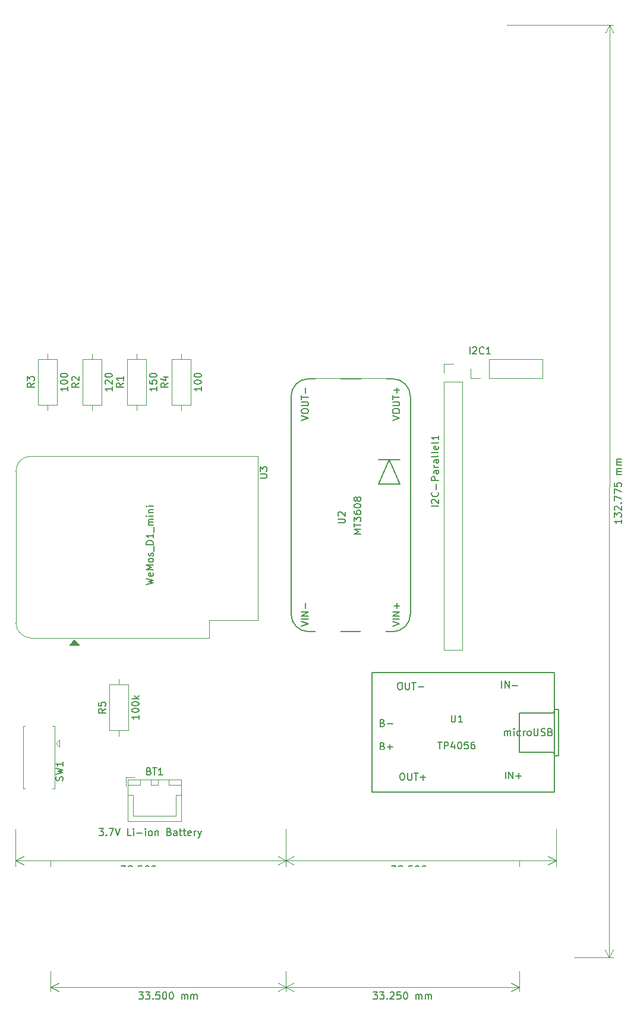
<source format=gbr>
G04 #@! TF.GenerationSoftware,KiCad,Pcbnew,(5.1.2)-1*
G04 #@! TF.CreationDate,2019-11-10T15:37:20+00:00*
G04 #@! TF.ProjectId,Keypad,4b657970-6164-42e6-9b69-6361645f7063,1*
G04 #@! TF.SameCoordinates,Original*
G04 #@! TF.FileFunction,Legend,Top*
G04 #@! TF.FilePolarity,Positive*
%FSLAX46Y46*%
G04 Gerber Fmt 4.6, Leading zero omitted, Abs format (unit mm)*
G04 Created by KiCad (PCBNEW (5.1.2)-1) date 2019-11-10 15:37:20*
%MOMM*%
%LPD*%
G04 APERTURE LIST*
%ADD10C,0.150000*%
%ADD11C,0.120000*%
%ADD12C,0.100000*%
%ADD13C,3.102000*%
%ADD14O,1.902000X2.702000*%
%ADD15R,1.902000X2.702000*%
%ADD16O,1.702000X2.102000*%
%ADD17R,2.102000X2.102000*%
%ADD18C,2.202000*%
%ADD19R,3.602000X5.102000*%
%ADD20R,3.102000X3.102000*%
%ADD21R,3.102000X2.602000*%
%ADD22O,1.802000X2.102000*%
%ADD23C,1.802000*%
%ADD24C,1.902000*%
%ADD25R,1.902000X1.902000*%
%ADD26O,1.802000X1.802000*%
%ADD27R,1.802000X1.802000*%
%ADD28O,1.702000X1.702000*%
%ADD29C,1.702000*%
%ADD30O,3.602000X2.302000*%
%ADD31O,2.602000X1.602000*%
%ADD32R,2.602000X1.602000*%
G04 APERTURE END LIST*
D10*
X161934523Y-173222380D02*
X162553571Y-173222380D01*
X162220238Y-173603333D01*
X162363095Y-173603333D01*
X162458333Y-173650952D01*
X162505952Y-173698571D01*
X162553571Y-173793809D01*
X162553571Y-174031904D01*
X162505952Y-174127142D01*
X162458333Y-174174761D01*
X162363095Y-174222380D01*
X162077380Y-174222380D01*
X161982142Y-174174761D01*
X161934523Y-174127142D01*
X162886904Y-173222380D02*
X163505952Y-173222380D01*
X163172619Y-173603333D01*
X163315476Y-173603333D01*
X163410714Y-173650952D01*
X163458333Y-173698571D01*
X163505952Y-173793809D01*
X163505952Y-174031904D01*
X163458333Y-174127142D01*
X163410714Y-174174761D01*
X163315476Y-174222380D01*
X163029761Y-174222380D01*
X162934523Y-174174761D01*
X162886904Y-174127142D01*
X163934523Y-174127142D02*
X163982142Y-174174761D01*
X163934523Y-174222380D01*
X163886904Y-174174761D01*
X163934523Y-174127142D01*
X163934523Y-174222380D01*
X164363095Y-173317619D02*
X164410714Y-173270000D01*
X164505952Y-173222380D01*
X164744047Y-173222380D01*
X164839285Y-173270000D01*
X164886904Y-173317619D01*
X164934523Y-173412857D01*
X164934523Y-173508095D01*
X164886904Y-173650952D01*
X164315476Y-174222380D01*
X164934523Y-174222380D01*
X165839285Y-173222380D02*
X165363095Y-173222380D01*
X165315476Y-173698571D01*
X165363095Y-173650952D01*
X165458333Y-173603333D01*
X165696428Y-173603333D01*
X165791666Y-173650952D01*
X165839285Y-173698571D01*
X165886904Y-173793809D01*
X165886904Y-174031904D01*
X165839285Y-174127142D01*
X165791666Y-174174761D01*
X165696428Y-174222380D01*
X165458333Y-174222380D01*
X165363095Y-174174761D01*
X165315476Y-174127142D01*
X166505952Y-173222380D02*
X166601190Y-173222380D01*
X166696428Y-173270000D01*
X166744047Y-173317619D01*
X166791666Y-173412857D01*
X166839285Y-173603333D01*
X166839285Y-173841428D01*
X166791666Y-174031904D01*
X166744047Y-174127142D01*
X166696428Y-174174761D01*
X166601190Y-174222380D01*
X166505952Y-174222380D01*
X166410714Y-174174761D01*
X166363095Y-174127142D01*
X166315476Y-174031904D01*
X166267857Y-173841428D01*
X166267857Y-173603333D01*
X166315476Y-173412857D01*
X166363095Y-173317619D01*
X166410714Y-173270000D01*
X166505952Y-173222380D01*
X168029761Y-174222380D02*
X168029761Y-173555714D01*
X168029761Y-173650952D02*
X168077380Y-173603333D01*
X168172619Y-173555714D01*
X168315476Y-173555714D01*
X168410714Y-173603333D01*
X168458333Y-173698571D01*
X168458333Y-174222380D01*
X168458333Y-173698571D02*
X168505952Y-173603333D01*
X168601190Y-173555714D01*
X168744047Y-173555714D01*
X168839285Y-173603333D01*
X168886904Y-173698571D01*
X168886904Y-174222380D01*
X169363095Y-174222380D02*
X169363095Y-173555714D01*
X169363095Y-173650952D02*
X169410714Y-173603333D01*
X169505952Y-173555714D01*
X169648809Y-173555714D01*
X169744047Y-173603333D01*
X169791666Y-173698571D01*
X169791666Y-174222380D01*
X169791666Y-173698571D02*
X169839285Y-173603333D01*
X169934523Y-173555714D01*
X170077380Y-173555714D01*
X170172619Y-173603333D01*
X170220238Y-173698571D01*
X170220238Y-174222380D01*
D11*
X149500000Y-172500000D02*
X182750000Y-172500000D01*
X149500000Y-154500000D02*
X149500000Y-173086421D01*
X182750000Y-154500000D02*
X182750000Y-173086421D01*
X182750000Y-172500000D02*
X181623496Y-173086421D01*
X182750000Y-172500000D02*
X181623496Y-171913579D01*
X149500000Y-172500000D02*
X150626504Y-173086421D01*
X149500000Y-172500000D02*
X150626504Y-171913579D01*
D10*
X128559523Y-173222380D02*
X129178571Y-173222380D01*
X128845238Y-173603333D01*
X128988095Y-173603333D01*
X129083333Y-173650952D01*
X129130952Y-173698571D01*
X129178571Y-173793809D01*
X129178571Y-174031904D01*
X129130952Y-174127142D01*
X129083333Y-174174761D01*
X128988095Y-174222380D01*
X128702380Y-174222380D01*
X128607142Y-174174761D01*
X128559523Y-174127142D01*
X129511904Y-173222380D02*
X130130952Y-173222380D01*
X129797619Y-173603333D01*
X129940476Y-173603333D01*
X130035714Y-173650952D01*
X130083333Y-173698571D01*
X130130952Y-173793809D01*
X130130952Y-174031904D01*
X130083333Y-174127142D01*
X130035714Y-174174761D01*
X129940476Y-174222380D01*
X129654761Y-174222380D01*
X129559523Y-174174761D01*
X129511904Y-174127142D01*
X130559523Y-174127142D02*
X130607142Y-174174761D01*
X130559523Y-174222380D01*
X130511904Y-174174761D01*
X130559523Y-174127142D01*
X130559523Y-174222380D01*
X131511904Y-173222380D02*
X131035714Y-173222380D01*
X130988095Y-173698571D01*
X131035714Y-173650952D01*
X131130952Y-173603333D01*
X131369047Y-173603333D01*
X131464285Y-173650952D01*
X131511904Y-173698571D01*
X131559523Y-173793809D01*
X131559523Y-174031904D01*
X131511904Y-174127142D01*
X131464285Y-174174761D01*
X131369047Y-174222380D01*
X131130952Y-174222380D01*
X131035714Y-174174761D01*
X130988095Y-174127142D01*
X132178571Y-173222380D02*
X132273809Y-173222380D01*
X132369047Y-173270000D01*
X132416666Y-173317619D01*
X132464285Y-173412857D01*
X132511904Y-173603333D01*
X132511904Y-173841428D01*
X132464285Y-174031904D01*
X132416666Y-174127142D01*
X132369047Y-174174761D01*
X132273809Y-174222380D01*
X132178571Y-174222380D01*
X132083333Y-174174761D01*
X132035714Y-174127142D01*
X131988095Y-174031904D01*
X131940476Y-173841428D01*
X131940476Y-173603333D01*
X131988095Y-173412857D01*
X132035714Y-173317619D01*
X132083333Y-173270000D01*
X132178571Y-173222380D01*
X133130952Y-173222380D02*
X133226190Y-173222380D01*
X133321428Y-173270000D01*
X133369047Y-173317619D01*
X133416666Y-173412857D01*
X133464285Y-173603333D01*
X133464285Y-173841428D01*
X133416666Y-174031904D01*
X133369047Y-174127142D01*
X133321428Y-174174761D01*
X133226190Y-174222380D01*
X133130952Y-174222380D01*
X133035714Y-174174761D01*
X132988095Y-174127142D01*
X132940476Y-174031904D01*
X132892857Y-173841428D01*
X132892857Y-173603333D01*
X132940476Y-173412857D01*
X132988095Y-173317619D01*
X133035714Y-173270000D01*
X133130952Y-173222380D01*
X134654761Y-174222380D02*
X134654761Y-173555714D01*
X134654761Y-173650952D02*
X134702380Y-173603333D01*
X134797619Y-173555714D01*
X134940476Y-173555714D01*
X135035714Y-173603333D01*
X135083333Y-173698571D01*
X135083333Y-174222380D01*
X135083333Y-173698571D02*
X135130952Y-173603333D01*
X135226190Y-173555714D01*
X135369047Y-173555714D01*
X135464285Y-173603333D01*
X135511904Y-173698571D01*
X135511904Y-174222380D01*
X135988095Y-174222380D02*
X135988095Y-173555714D01*
X135988095Y-173650952D02*
X136035714Y-173603333D01*
X136130952Y-173555714D01*
X136273809Y-173555714D01*
X136369047Y-173603333D01*
X136416666Y-173698571D01*
X136416666Y-174222380D01*
X136416666Y-173698571D02*
X136464285Y-173603333D01*
X136559523Y-173555714D01*
X136702380Y-173555714D01*
X136797619Y-173603333D01*
X136845238Y-173698571D01*
X136845238Y-174222380D01*
D11*
X149500000Y-172500000D02*
X116000000Y-172500000D01*
X149500000Y-154500000D02*
X149500000Y-173086421D01*
X116000000Y-154500000D02*
X116000000Y-173086421D01*
X116000000Y-172500000D02*
X117126504Y-171913579D01*
X116000000Y-172500000D02*
X117126504Y-173086421D01*
X149500000Y-172500000D02*
X148373496Y-171913579D01*
X149500000Y-172500000D02*
X148373496Y-173086421D01*
D10*
X197314521Y-105938108D02*
X197314521Y-106509536D01*
X197314521Y-106223822D02*
X196314521Y-106223822D01*
X196457379Y-106319060D01*
X196552617Y-106414298D01*
X196600236Y-106509536D01*
X196314521Y-105604774D02*
X196314521Y-104985727D01*
X196695474Y-105319060D01*
X196695474Y-105176203D01*
X196743093Y-105080965D01*
X196790712Y-105033346D01*
X196885950Y-104985727D01*
X197124045Y-104985727D01*
X197219283Y-105033346D01*
X197266902Y-105080965D01*
X197314521Y-105176203D01*
X197314521Y-105461917D01*
X197266902Y-105557155D01*
X197219283Y-105604774D01*
X196409760Y-104604774D02*
X196362141Y-104557155D01*
X196314521Y-104461917D01*
X196314521Y-104223822D01*
X196362141Y-104128584D01*
X196409760Y-104080965D01*
X196504998Y-104033346D01*
X196600236Y-104033346D01*
X196743093Y-104080965D01*
X197314521Y-104652393D01*
X197314521Y-104033346D01*
X197219283Y-103604774D02*
X197266902Y-103557155D01*
X197314521Y-103604774D01*
X197266902Y-103652393D01*
X197219283Y-103604774D01*
X197314521Y-103604774D01*
X196314521Y-103223822D02*
X196314521Y-102557155D01*
X197314521Y-102985727D01*
X196314521Y-102271441D02*
X196314521Y-101604774D01*
X197314521Y-102033346D01*
X196314521Y-100747631D02*
X196314521Y-101223822D01*
X196790712Y-101271441D01*
X196743093Y-101223822D01*
X196695474Y-101128584D01*
X196695474Y-100890489D01*
X196743093Y-100795250D01*
X196790712Y-100747631D01*
X196885950Y-100700012D01*
X197124045Y-100700012D01*
X197219283Y-100747631D01*
X197266902Y-100795250D01*
X197314521Y-100890489D01*
X197314521Y-101128584D01*
X197266902Y-101223822D01*
X197219283Y-101271441D01*
X197314521Y-99509536D02*
X196647855Y-99509536D01*
X196743093Y-99509536D02*
X196695474Y-99461917D01*
X196647855Y-99366679D01*
X196647855Y-99223822D01*
X196695474Y-99128584D01*
X196790712Y-99080965D01*
X197314521Y-99080965D01*
X196790712Y-99080965D02*
X196695474Y-99033346D01*
X196647855Y-98938108D01*
X196647855Y-98795250D01*
X196695474Y-98700012D01*
X196790712Y-98652393D01*
X197314521Y-98652393D01*
X197314521Y-98176203D02*
X196647855Y-98176203D01*
X196743093Y-98176203D02*
X196695474Y-98128584D01*
X196647855Y-98033346D01*
X196647855Y-97890489D01*
X196695474Y-97795250D01*
X196790712Y-97747631D01*
X197314521Y-97747631D01*
X196790712Y-97747631D02*
X196695474Y-97700012D01*
X196647855Y-97604774D01*
X196647855Y-97461917D01*
X196695474Y-97366679D01*
X196790712Y-97319060D01*
X197314521Y-97319060D01*
D11*
X195604641Y-35502750D02*
X195579641Y-168277750D01*
X181000000Y-35500000D02*
X196191061Y-35502860D01*
X180975000Y-168275000D02*
X196166061Y-168277860D01*
X195579641Y-168277750D02*
X194993432Y-167151136D01*
X195579641Y-168277750D02*
X196166274Y-167151357D01*
X195604641Y-35502750D02*
X195018008Y-36629143D01*
X195604641Y-35502750D02*
X196190850Y-36629364D01*
D10*
X164559523Y-155222380D02*
X165178571Y-155222380D01*
X164845238Y-155603333D01*
X164988095Y-155603333D01*
X165083333Y-155650952D01*
X165130952Y-155698571D01*
X165178571Y-155793809D01*
X165178571Y-156031904D01*
X165130952Y-156127142D01*
X165083333Y-156174761D01*
X164988095Y-156222380D01*
X164702380Y-156222380D01*
X164607142Y-156174761D01*
X164559523Y-156127142D01*
X165750000Y-155650952D02*
X165654761Y-155603333D01*
X165607142Y-155555714D01*
X165559523Y-155460476D01*
X165559523Y-155412857D01*
X165607142Y-155317619D01*
X165654761Y-155270000D01*
X165750000Y-155222380D01*
X165940476Y-155222380D01*
X166035714Y-155270000D01*
X166083333Y-155317619D01*
X166130952Y-155412857D01*
X166130952Y-155460476D01*
X166083333Y-155555714D01*
X166035714Y-155603333D01*
X165940476Y-155650952D01*
X165750000Y-155650952D01*
X165654761Y-155698571D01*
X165607142Y-155746190D01*
X165559523Y-155841428D01*
X165559523Y-156031904D01*
X165607142Y-156127142D01*
X165654761Y-156174761D01*
X165750000Y-156222380D01*
X165940476Y-156222380D01*
X166035714Y-156174761D01*
X166083333Y-156127142D01*
X166130952Y-156031904D01*
X166130952Y-155841428D01*
X166083333Y-155746190D01*
X166035714Y-155698571D01*
X165940476Y-155650952D01*
X166559523Y-156127142D02*
X166607142Y-156174761D01*
X166559523Y-156222380D01*
X166511904Y-156174761D01*
X166559523Y-156127142D01*
X166559523Y-156222380D01*
X167511904Y-155222380D02*
X167035714Y-155222380D01*
X166988095Y-155698571D01*
X167035714Y-155650952D01*
X167130952Y-155603333D01*
X167369047Y-155603333D01*
X167464285Y-155650952D01*
X167511904Y-155698571D01*
X167559523Y-155793809D01*
X167559523Y-156031904D01*
X167511904Y-156127142D01*
X167464285Y-156174761D01*
X167369047Y-156222380D01*
X167130952Y-156222380D01*
X167035714Y-156174761D01*
X166988095Y-156127142D01*
X168178571Y-155222380D02*
X168273809Y-155222380D01*
X168369047Y-155270000D01*
X168416666Y-155317619D01*
X168464285Y-155412857D01*
X168511904Y-155603333D01*
X168511904Y-155841428D01*
X168464285Y-156031904D01*
X168416666Y-156127142D01*
X168369047Y-156174761D01*
X168273809Y-156222380D01*
X168178571Y-156222380D01*
X168083333Y-156174761D01*
X168035714Y-156127142D01*
X167988095Y-156031904D01*
X167940476Y-155841428D01*
X167940476Y-155603333D01*
X167988095Y-155412857D01*
X168035714Y-155317619D01*
X168083333Y-155270000D01*
X168178571Y-155222380D01*
X169130952Y-155222380D02*
X169226190Y-155222380D01*
X169321428Y-155270000D01*
X169369047Y-155317619D01*
X169416666Y-155412857D01*
X169464285Y-155603333D01*
X169464285Y-155841428D01*
X169416666Y-156031904D01*
X169369047Y-156127142D01*
X169321428Y-156174761D01*
X169226190Y-156222380D01*
X169130952Y-156222380D01*
X169035714Y-156174761D01*
X168988095Y-156127142D01*
X168940476Y-156031904D01*
X168892857Y-155841428D01*
X168892857Y-155603333D01*
X168940476Y-155412857D01*
X168988095Y-155317619D01*
X169035714Y-155270000D01*
X169130952Y-155222380D01*
X170654761Y-156222380D02*
X170654761Y-155555714D01*
X170654761Y-155650952D02*
X170702380Y-155603333D01*
X170797619Y-155555714D01*
X170940476Y-155555714D01*
X171035714Y-155603333D01*
X171083333Y-155698571D01*
X171083333Y-156222380D01*
X171083333Y-155698571D02*
X171130952Y-155603333D01*
X171226190Y-155555714D01*
X171369047Y-155555714D01*
X171464285Y-155603333D01*
X171511904Y-155698571D01*
X171511904Y-156222380D01*
X171988095Y-156222380D02*
X171988095Y-155555714D01*
X171988095Y-155650952D02*
X172035714Y-155603333D01*
X172130952Y-155555714D01*
X172273809Y-155555714D01*
X172369047Y-155603333D01*
X172416666Y-155698571D01*
X172416666Y-156222380D01*
X172416666Y-155698571D02*
X172464285Y-155603333D01*
X172559523Y-155555714D01*
X172702380Y-155555714D01*
X172797619Y-155603333D01*
X172845238Y-155698571D01*
X172845238Y-156222380D01*
D11*
X188000000Y-154500000D02*
X149500000Y-154500000D01*
X188000000Y-150000000D02*
X188000000Y-155086421D01*
X149500000Y-150000000D02*
X149500000Y-155086421D01*
X149500000Y-154500000D02*
X150626504Y-153913579D01*
X149500000Y-154500000D02*
X150626504Y-155086421D01*
X188000000Y-154500000D02*
X186873496Y-153913579D01*
X188000000Y-154500000D02*
X186873496Y-155086421D01*
D10*
X126059523Y-155222380D02*
X126678571Y-155222380D01*
X126345238Y-155603333D01*
X126488095Y-155603333D01*
X126583333Y-155650952D01*
X126630952Y-155698571D01*
X126678571Y-155793809D01*
X126678571Y-156031904D01*
X126630952Y-156127142D01*
X126583333Y-156174761D01*
X126488095Y-156222380D01*
X126202380Y-156222380D01*
X126107142Y-156174761D01*
X126059523Y-156127142D01*
X127250000Y-155650952D02*
X127154761Y-155603333D01*
X127107142Y-155555714D01*
X127059523Y-155460476D01*
X127059523Y-155412857D01*
X127107142Y-155317619D01*
X127154761Y-155270000D01*
X127250000Y-155222380D01*
X127440476Y-155222380D01*
X127535714Y-155270000D01*
X127583333Y-155317619D01*
X127630952Y-155412857D01*
X127630952Y-155460476D01*
X127583333Y-155555714D01*
X127535714Y-155603333D01*
X127440476Y-155650952D01*
X127250000Y-155650952D01*
X127154761Y-155698571D01*
X127107142Y-155746190D01*
X127059523Y-155841428D01*
X127059523Y-156031904D01*
X127107142Y-156127142D01*
X127154761Y-156174761D01*
X127250000Y-156222380D01*
X127440476Y-156222380D01*
X127535714Y-156174761D01*
X127583333Y-156127142D01*
X127630952Y-156031904D01*
X127630952Y-155841428D01*
X127583333Y-155746190D01*
X127535714Y-155698571D01*
X127440476Y-155650952D01*
X128059523Y-156127142D02*
X128107142Y-156174761D01*
X128059523Y-156222380D01*
X128011904Y-156174761D01*
X128059523Y-156127142D01*
X128059523Y-156222380D01*
X129011904Y-155222380D02*
X128535714Y-155222380D01*
X128488095Y-155698571D01*
X128535714Y-155650952D01*
X128630952Y-155603333D01*
X128869047Y-155603333D01*
X128964285Y-155650952D01*
X129011904Y-155698571D01*
X129059523Y-155793809D01*
X129059523Y-156031904D01*
X129011904Y-156127142D01*
X128964285Y-156174761D01*
X128869047Y-156222380D01*
X128630952Y-156222380D01*
X128535714Y-156174761D01*
X128488095Y-156127142D01*
X129678571Y-155222380D02*
X129773809Y-155222380D01*
X129869047Y-155270000D01*
X129916666Y-155317619D01*
X129964285Y-155412857D01*
X130011904Y-155603333D01*
X130011904Y-155841428D01*
X129964285Y-156031904D01*
X129916666Y-156127142D01*
X129869047Y-156174761D01*
X129773809Y-156222380D01*
X129678571Y-156222380D01*
X129583333Y-156174761D01*
X129535714Y-156127142D01*
X129488095Y-156031904D01*
X129440476Y-155841428D01*
X129440476Y-155603333D01*
X129488095Y-155412857D01*
X129535714Y-155317619D01*
X129583333Y-155270000D01*
X129678571Y-155222380D01*
X130630952Y-155222380D02*
X130726190Y-155222380D01*
X130821428Y-155270000D01*
X130869047Y-155317619D01*
X130916666Y-155412857D01*
X130964285Y-155603333D01*
X130964285Y-155841428D01*
X130916666Y-156031904D01*
X130869047Y-156127142D01*
X130821428Y-156174761D01*
X130726190Y-156222380D01*
X130630952Y-156222380D01*
X130535714Y-156174761D01*
X130488095Y-156127142D01*
X130440476Y-156031904D01*
X130392857Y-155841428D01*
X130392857Y-155603333D01*
X130440476Y-155412857D01*
X130488095Y-155317619D01*
X130535714Y-155270000D01*
X130630952Y-155222380D01*
X132154761Y-156222380D02*
X132154761Y-155555714D01*
X132154761Y-155650952D02*
X132202380Y-155603333D01*
X132297619Y-155555714D01*
X132440476Y-155555714D01*
X132535714Y-155603333D01*
X132583333Y-155698571D01*
X132583333Y-156222380D01*
X132583333Y-155698571D02*
X132630952Y-155603333D01*
X132726190Y-155555714D01*
X132869047Y-155555714D01*
X132964285Y-155603333D01*
X133011904Y-155698571D01*
X133011904Y-156222380D01*
X133488095Y-156222380D02*
X133488095Y-155555714D01*
X133488095Y-155650952D02*
X133535714Y-155603333D01*
X133630952Y-155555714D01*
X133773809Y-155555714D01*
X133869047Y-155603333D01*
X133916666Y-155698571D01*
X133916666Y-156222380D01*
X133916666Y-155698571D02*
X133964285Y-155603333D01*
X134059523Y-155555714D01*
X134202380Y-155555714D01*
X134297619Y-155603333D01*
X134345238Y-155698571D01*
X134345238Y-156222380D01*
D11*
X111000000Y-154500000D02*
X149500000Y-154500000D01*
X111000000Y-150000000D02*
X111000000Y-155086421D01*
X149500000Y-150000000D02*
X149500000Y-155086421D01*
X149500000Y-154500000D02*
X148373496Y-155086421D01*
X149500000Y-154500000D02*
X148373496Y-153913579D01*
X111000000Y-154500000D02*
X112126504Y-155086421D01*
X111000000Y-154500000D02*
X112126504Y-153913579D01*
D10*
X145309523Y-160738619D02*
X145976190Y-160738619D01*
X145547619Y-161738619D01*
X146261904Y-160738619D02*
X146928571Y-160738619D01*
X146500000Y-161738619D01*
X147309523Y-161643381D02*
X147357142Y-161691000D01*
X147309523Y-161738619D01*
X147261904Y-161691000D01*
X147309523Y-161643381D01*
X147309523Y-161738619D01*
X147976190Y-160738619D02*
X148071428Y-160738619D01*
X148166666Y-160786239D01*
X148214285Y-160833858D01*
X148261904Y-160929096D01*
X148309523Y-161119572D01*
X148309523Y-161357667D01*
X148261904Y-161548143D01*
X148214285Y-161643381D01*
X148166666Y-161691000D01*
X148071428Y-161738619D01*
X147976190Y-161738619D01*
X147880952Y-161691000D01*
X147833333Y-161643381D01*
X147785714Y-161548143D01*
X147738095Y-161357667D01*
X147738095Y-161119572D01*
X147785714Y-160929096D01*
X147833333Y-160833858D01*
X147880952Y-160786239D01*
X147976190Y-160738619D01*
X148928571Y-160738619D02*
X149023809Y-160738619D01*
X149119047Y-160786239D01*
X149166666Y-160833858D01*
X149214285Y-160929096D01*
X149261904Y-161119572D01*
X149261904Y-161357667D01*
X149214285Y-161548143D01*
X149166666Y-161643381D01*
X149119047Y-161691000D01*
X149023809Y-161738619D01*
X148928571Y-161738619D01*
X148833333Y-161691000D01*
X148785714Y-161643381D01*
X148738095Y-161548143D01*
X148690476Y-161357667D01*
X148690476Y-161119572D01*
X148738095Y-160929096D01*
X148785714Y-160833858D01*
X148833333Y-160786239D01*
X148928571Y-160738619D01*
X149880952Y-160738619D02*
X149976190Y-160738619D01*
X150071428Y-160786239D01*
X150119047Y-160833858D01*
X150166666Y-160929096D01*
X150214285Y-161119572D01*
X150214285Y-161357667D01*
X150166666Y-161548143D01*
X150119047Y-161643381D01*
X150071428Y-161691000D01*
X149976190Y-161738619D01*
X149880952Y-161738619D01*
X149785714Y-161691000D01*
X149738095Y-161643381D01*
X149690476Y-161548143D01*
X149642857Y-161357667D01*
X149642857Y-161119572D01*
X149690476Y-160929096D01*
X149738095Y-160833858D01*
X149785714Y-160786239D01*
X149880952Y-160738619D01*
X151404761Y-161738619D02*
X151404761Y-161071953D01*
X151404761Y-161167191D02*
X151452380Y-161119572D01*
X151547619Y-161071953D01*
X151690476Y-161071953D01*
X151785714Y-161119572D01*
X151833333Y-161214810D01*
X151833333Y-161738619D01*
X151833333Y-161214810D02*
X151880952Y-161119572D01*
X151976190Y-161071953D01*
X152119047Y-161071953D01*
X152214285Y-161119572D01*
X152261904Y-161214810D01*
X152261904Y-161738619D01*
X152738095Y-161738619D02*
X152738095Y-161071953D01*
X152738095Y-161167191D02*
X152785714Y-161119572D01*
X152880952Y-161071953D01*
X153023809Y-161071953D01*
X153119047Y-161119572D01*
X153166666Y-161214810D01*
X153166666Y-161738619D01*
X153166666Y-161214810D02*
X153214285Y-161119572D01*
X153309523Y-161071953D01*
X153452380Y-161071953D01*
X153547619Y-161119572D01*
X153595238Y-161214810D01*
X153595238Y-161738619D01*
D11*
X111000000Y-160016239D02*
X188000000Y-160016239D01*
X111000000Y-150000000D02*
X111000000Y-160602660D01*
X188000000Y-150000000D02*
X188000000Y-160602660D01*
X188000000Y-160016239D02*
X186873496Y-160602660D01*
X188000000Y-160016239D02*
X186873496Y-159429818D01*
X111000000Y-160016239D02*
X112126504Y-160602660D01*
X111000000Y-160016239D02*
X112126504Y-159429818D01*
X111040000Y-99055000D02*
G75*
G02X113170000Y-96925000I2130000J0D01*
G01*
X113170000Y-122785000D02*
G75*
G02X111040000Y-120655000I0J2130000D01*
G01*
X138600000Y-120245000D02*
X145500000Y-120245000D01*
X138600000Y-122785000D02*
X138600000Y-120245000D01*
D10*
G36*
X118745000Y-123825000D02*
G01*
X120015000Y-123825000D01*
X119380000Y-123190000D01*
X118745000Y-123825000D01*
G37*
X118745000Y-123825000D02*
X120015000Y-123825000D01*
X119380000Y-123190000D01*
X118745000Y-123825000D01*
D11*
X111040000Y-99045000D02*
X111040000Y-120655000D01*
X145500000Y-96925000D02*
X113170000Y-96925000D01*
X138600000Y-122785000D02*
X113170000Y-122785000D01*
X145500000Y-120245000D02*
X145500000Y-96925000D01*
D10*
X165750000Y-97410000D02*
X162750000Y-97410000D01*
X165750000Y-100910000D02*
X162750000Y-100910000D01*
X162750000Y-100910000D02*
X164250000Y-97410000D01*
X164250000Y-97410000D02*
X165750000Y-100910000D01*
X167250000Y-88410000D02*
G75*
G03X164750000Y-85910000I-2500000J0D01*
G01*
X164750000Y-121910000D02*
G75*
G03X167250000Y-119410000I0J2500000D01*
G01*
X150250000Y-119410000D02*
G75*
G03X152750000Y-121910000I2500000J0D01*
G01*
X152750000Y-85910000D02*
G75*
G03X150250000Y-88410000I0J-2500000D01*
G01*
X150250000Y-88410000D02*
X150250000Y-119410000D01*
X167250000Y-119410000D02*
X167250000Y-88410000D01*
X152750000Y-121910000D02*
X164750000Y-121910000D01*
X164750000Y-85910000D02*
X152750000Y-85910000D01*
X187790000Y-127750000D02*
X161800000Y-127750000D01*
X187800000Y-144750000D02*
X161800000Y-144750000D01*
X188370000Y-132990000D02*
X188370000Y-139540000D01*
X188356000Y-132962000D02*
X187848000Y-132962000D01*
X187848000Y-132962000D02*
X187594000Y-133470000D01*
X187594000Y-133470000D02*
X187340000Y-133470000D01*
X188356000Y-139566000D02*
X187848000Y-139566000D01*
X187848000Y-139566000D02*
X187594000Y-139058000D01*
X187594000Y-139058000D02*
X182768000Y-139058000D01*
X182768000Y-139058000D02*
X182768000Y-133470000D01*
X182768000Y-133470000D02*
X187340000Y-133470000D01*
X187796000Y-127750000D02*
X187796000Y-144750000D01*
X161794000Y-144750000D02*
X161794000Y-127750000D01*
D11*
X126690000Y-142665000D02*
X126690000Y-143915000D01*
X127940000Y-142665000D02*
X126690000Y-142665000D01*
X133840000Y-148165000D02*
X130790000Y-148165000D01*
X133840000Y-145215000D02*
X133840000Y-148165000D01*
X134590000Y-145215000D02*
X133840000Y-145215000D01*
X127740000Y-148165000D02*
X130790000Y-148165000D01*
X127740000Y-145215000D02*
X127740000Y-148165000D01*
X126990000Y-145215000D02*
X127740000Y-145215000D01*
X134590000Y-142965000D02*
X132790000Y-142965000D01*
X134590000Y-143715000D02*
X134590000Y-142965000D01*
X132790000Y-143715000D02*
X134590000Y-143715000D01*
X132790000Y-142965000D02*
X132790000Y-143715000D01*
X128790000Y-142965000D02*
X126990000Y-142965000D01*
X128790000Y-143715000D02*
X128790000Y-142965000D01*
X126990000Y-143715000D02*
X128790000Y-143715000D01*
X126990000Y-142965000D02*
X126990000Y-143715000D01*
X131290000Y-142965000D02*
X130290000Y-142965000D01*
X131290000Y-143715000D02*
X131290000Y-142965000D01*
X130290000Y-143715000D02*
X131290000Y-143715000D01*
X130290000Y-142965000D02*
X130290000Y-143715000D01*
X134600000Y-142955000D02*
X126980000Y-142955000D01*
X134600000Y-148925000D02*
X134600000Y-142955000D01*
X126980000Y-148925000D02*
X134600000Y-148925000D01*
X126980000Y-142955000D02*
X126980000Y-148925000D01*
X175835000Y-85785000D02*
X175835000Y-84455000D01*
X177165000Y-85785000D02*
X175835000Y-85785000D01*
X178435000Y-85785000D02*
X178435000Y-83125000D01*
X178435000Y-83125000D02*
X186115000Y-83125000D01*
X178435000Y-85785000D02*
X186115000Y-85785000D01*
X186115000Y-85785000D02*
X186115000Y-83125000D01*
X172025000Y-83760000D02*
X173355000Y-83760000D01*
X172025000Y-85090000D02*
X172025000Y-83760000D01*
X172025000Y-86360000D02*
X174685000Y-86360000D01*
X174685000Y-86360000D02*
X174685000Y-124520000D01*
X172025000Y-86360000D02*
X172025000Y-124520000D01*
X172025000Y-124520000D02*
X174685000Y-124520000D01*
X128270000Y-82320000D02*
X128270000Y-83090000D01*
X128270000Y-90400000D02*
X128270000Y-89630000D01*
X126900000Y-83090000D02*
X126900000Y-89630000D01*
X129640000Y-83090000D02*
X126900000Y-83090000D01*
X129640000Y-89630000D02*
X129640000Y-83090000D01*
X126900000Y-89630000D02*
X129640000Y-89630000D01*
X121920000Y-82320000D02*
X121920000Y-83090000D01*
X121920000Y-90400000D02*
X121920000Y-89630000D01*
X120550000Y-83090000D02*
X120550000Y-89630000D01*
X123290000Y-83090000D02*
X120550000Y-83090000D01*
X123290000Y-89630000D02*
X123290000Y-83090000D01*
X120550000Y-89630000D02*
X123290000Y-89630000D01*
X115570000Y-82320000D02*
X115570000Y-83090000D01*
X115570000Y-90400000D02*
X115570000Y-89630000D01*
X114200000Y-83090000D02*
X114200000Y-89630000D01*
X116940000Y-83090000D02*
X114200000Y-83090000D01*
X116940000Y-89630000D02*
X116940000Y-83090000D01*
X114200000Y-89630000D02*
X116940000Y-89630000D01*
X134620000Y-82320000D02*
X134620000Y-83090000D01*
X134620000Y-90400000D02*
X134620000Y-89630000D01*
X133250000Y-83090000D02*
X133250000Y-89630000D01*
X135990000Y-83090000D02*
X133250000Y-83090000D01*
X135990000Y-89630000D02*
X135990000Y-83090000D01*
X133250000Y-89630000D02*
X135990000Y-89630000D01*
X125730000Y-128675000D02*
X125730000Y-129445000D01*
X125730000Y-136755000D02*
X125730000Y-135985000D01*
X124360000Y-129445000D02*
X124360000Y-135985000D01*
X127100000Y-129445000D02*
X124360000Y-129445000D01*
X127100000Y-135985000D02*
X127100000Y-129445000D01*
X124360000Y-135985000D02*
X127100000Y-135985000D01*
X117260000Y-138295000D02*
X117260000Y-137295000D01*
X116760000Y-137795000D02*
X117260000Y-138295000D01*
X117260000Y-137295000D02*
X116760000Y-137795000D01*
X112040000Y-144205000D02*
X112350000Y-144205000D01*
X112040000Y-135385000D02*
X112350000Y-135385000D01*
X116250000Y-135385000D02*
X116560000Y-135385000D01*
X112040000Y-144205000D02*
X112040000Y-135385000D01*
X116560000Y-144205000D02*
X116250000Y-144205000D01*
X116560000Y-135385000D02*
X116560000Y-144205000D01*
D10*
X145832380Y-100046904D02*
X146641904Y-100046904D01*
X146737142Y-99999285D01*
X146784761Y-99951666D01*
X146832380Y-99856428D01*
X146832380Y-99665952D01*
X146784761Y-99570714D01*
X146737142Y-99523095D01*
X146641904Y-99475476D01*
X145832380Y-99475476D01*
X145832380Y-99094523D02*
X145832380Y-98475476D01*
X146213333Y-98808809D01*
X146213333Y-98665952D01*
X146260952Y-98570714D01*
X146308571Y-98523095D01*
X146403809Y-98475476D01*
X146641904Y-98475476D01*
X146737142Y-98523095D01*
X146784761Y-98570714D01*
X146832380Y-98665952D01*
X146832380Y-98951666D01*
X146784761Y-99046904D01*
X146737142Y-99094523D01*
X129627380Y-115204047D02*
X130627380Y-114965952D01*
X129913095Y-114775476D01*
X130627380Y-114585000D01*
X129627380Y-114346904D01*
X130579761Y-113585000D02*
X130627380Y-113680238D01*
X130627380Y-113870714D01*
X130579761Y-113965952D01*
X130484523Y-114013571D01*
X130103571Y-114013571D01*
X130008333Y-113965952D01*
X129960714Y-113870714D01*
X129960714Y-113680238D01*
X130008333Y-113585000D01*
X130103571Y-113537380D01*
X130198809Y-113537380D01*
X130294047Y-114013571D01*
X130627380Y-113108809D02*
X129627380Y-113108809D01*
X130341666Y-112775476D01*
X129627380Y-112442142D01*
X130627380Y-112442142D01*
X130627380Y-111823095D02*
X130579761Y-111918333D01*
X130532142Y-111965952D01*
X130436904Y-112013571D01*
X130151190Y-112013571D01*
X130055952Y-111965952D01*
X130008333Y-111918333D01*
X129960714Y-111823095D01*
X129960714Y-111680238D01*
X130008333Y-111585000D01*
X130055952Y-111537380D01*
X130151190Y-111489761D01*
X130436904Y-111489761D01*
X130532142Y-111537380D01*
X130579761Y-111585000D01*
X130627380Y-111680238D01*
X130627380Y-111823095D01*
X130579761Y-111108809D02*
X130627380Y-111013571D01*
X130627380Y-110823095D01*
X130579761Y-110727857D01*
X130484523Y-110680238D01*
X130436904Y-110680238D01*
X130341666Y-110727857D01*
X130294047Y-110823095D01*
X130294047Y-110965952D01*
X130246428Y-111061190D01*
X130151190Y-111108809D01*
X130103571Y-111108809D01*
X130008333Y-111061190D01*
X129960714Y-110965952D01*
X129960714Y-110823095D01*
X130008333Y-110727857D01*
X130722619Y-110489761D02*
X130722619Y-109727857D01*
X130627380Y-109489761D02*
X129627380Y-109489761D01*
X129627380Y-109251666D01*
X129675000Y-109108809D01*
X129770238Y-109013571D01*
X129865476Y-108965952D01*
X130055952Y-108918333D01*
X130198809Y-108918333D01*
X130389285Y-108965952D01*
X130484523Y-109013571D01*
X130579761Y-109108809D01*
X130627380Y-109251666D01*
X130627380Y-109489761D01*
X130627380Y-107965952D02*
X130627380Y-108537380D01*
X130627380Y-108251666D02*
X129627380Y-108251666D01*
X129770238Y-108346904D01*
X129865476Y-108442142D01*
X129913095Y-108537380D01*
X130722619Y-107775476D02*
X130722619Y-107013571D01*
X130627380Y-106775476D02*
X129960714Y-106775476D01*
X130055952Y-106775476D02*
X130008333Y-106727857D01*
X129960714Y-106632619D01*
X129960714Y-106489761D01*
X130008333Y-106394523D01*
X130103571Y-106346904D01*
X130627380Y-106346904D01*
X130103571Y-106346904D02*
X130008333Y-106299285D01*
X129960714Y-106204047D01*
X129960714Y-106061190D01*
X130008333Y-105965952D01*
X130103571Y-105918333D01*
X130627380Y-105918333D01*
X130627380Y-105442142D02*
X129960714Y-105442142D01*
X129627380Y-105442142D02*
X129675000Y-105489761D01*
X129722619Y-105442142D01*
X129675000Y-105394523D01*
X129627380Y-105442142D01*
X129722619Y-105442142D01*
X129960714Y-104965952D02*
X130627380Y-104965952D01*
X130055952Y-104965952D02*
X130008333Y-104918333D01*
X129960714Y-104823095D01*
X129960714Y-104680238D01*
X130008333Y-104585000D01*
X130103571Y-104537380D01*
X130627380Y-104537380D01*
X130627380Y-104061190D02*
X129960714Y-104061190D01*
X129627380Y-104061190D02*
X129675000Y-104108809D01*
X129722619Y-104061190D01*
X129675000Y-104013571D01*
X129627380Y-104061190D01*
X129722619Y-104061190D01*
X156932380Y-106421904D02*
X157741904Y-106421904D01*
X157837142Y-106374285D01*
X157884761Y-106326666D01*
X157932380Y-106231428D01*
X157932380Y-106040952D01*
X157884761Y-105945714D01*
X157837142Y-105898095D01*
X157741904Y-105850476D01*
X156932380Y-105850476D01*
X157027619Y-105421904D02*
X156980000Y-105374285D01*
X156932380Y-105279047D01*
X156932380Y-105040952D01*
X156980000Y-104945714D01*
X157027619Y-104898095D01*
X157122857Y-104850476D01*
X157218095Y-104850476D01*
X157360952Y-104898095D01*
X157932380Y-105469523D01*
X157932380Y-104850476D01*
X160202380Y-108029047D02*
X159202380Y-108029047D01*
X159916666Y-107695714D01*
X159202380Y-107362380D01*
X160202380Y-107362380D01*
X159202380Y-107029047D02*
X159202380Y-106457619D01*
X160202380Y-106743333D02*
X159202380Y-106743333D01*
X159202380Y-106219523D02*
X159202380Y-105600476D01*
X159583333Y-105933809D01*
X159583333Y-105790952D01*
X159630952Y-105695714D01*
X159678571Y-105648095D01*
X159773809Y-105600476D01*
X160011904Y-105600476D01*
X160107142Y-105648095D01*
X160154761Y-105695714D01*
X160202380Y-105790952D01*
X160202380Y-106076666D01*
X160154761Y-106171904D01*
X160107142Y-106219523D01*
X159202380Y-104743333D02*
X159202380Y-104933809D01*
X159250000Y-105029047D01*
X159297619Y-105076666D01*
X159440476Y-105171904D01*
X159630952Y-105219523D01*
X160011904Y-105219523D01*
X160107142Y-105171904D01*
X160154761Y-105124285D01*
X160202380Y-105029047D01*
X160202380Y-104838571D01*
X160154761Y-104743333D01*
X160107142Y-104695714D01*
X160011904Y-104648095D01*
X159773809Y-104648095D01*
X159678571Y-104695714D01*
X159630952Y-104743333D01*
X159583333Y-104838571D01*
X159583333Y-105029047D01*
X159630952Y-105124285D01*
X159678571Y-105171904D01*
X159773809Y-105219523D01*
X159202380Y-104029047D02*
X159202380Y-103933809D01*
X159250000Y-103838571D01*
X159297619Y-103790952D01*
X159392857Y-103743333D01*
X159583333Y-103695714D01*
X159821428Y-103695714D01*
X160011904Y-103743333D01*
X160107142Y-103790952D01*
X160154761Y-103838571D01*
X160202380Y-103933809D01*
X160202380Y-104029047D01*
X160154761Y-104124285D01*
X160107142Y-104171904D01*
X160011904Y-104219523D01*
X159821428Y-104267142D01*
X159583333Y-104267142D01*
X159392857Y-104219523D01*
X159297619Y-104171904D01*
X159250000Y-104124285D01*
X159202380Y-104029047D01*
X159630952Y-103124285D02*
X159583333Y-103219523D01*
X159535714Y-103267142D01*
X159440476Y-103314761D01*
X159392857Y-103314761D01*
X159297619Y-103267142D01*
X159250000Y-103219523D01*
X159202380Y-103124285D01*
X159202380Y-102933809D01*
X159250000Y-102838571D01*
X159297619Y-102790952D01*
X159392857Y-102743333D01*
X159440476Y-102743333D01*
X159535714Y-102790952D01*
X159583333Y-102838571D01*
X159630952Y-102933809D01*
X159630952Y-103124285D01*
X159678571Y-103219523D01*
X159726190Y-103267142D01*
X159821428Y-103314761D01*
X160011904Y-103314761D01*
X160107142Y-103267142D01*
X160154761Y-103219523D01*
X160202380Y-103124285D01*
X160202380Y-102933809D01*
X160154761Y-102838571D01*
X160107142Y-102790952D01*
X160011904Y-102743333D01*
X159821428Y-102743333D01*
X159726190Y-102790952D01*
X159678571Y-102838571D01*
X159630952Y-102933809D01*
X151702380Y-91790952D02*
X152702380Y-91457619D01*
X151702380Y-91124285D01*
X151702380Y-90600476D02*
X151702380Y-90410000D01*
X151750000Y-90314761D01*
X151845238Y-90219523D01*
X152035714Y-90171904D01*
X152369047Y-90171904D01*
X152559523Y-90219523D01*
X152654761Y-90314761D01*
X152702380Y-90410000D01*
X152702380Y-90600476D01*
X152654761Y-90695714D01*
X152559523Y-90790952D01*
X152369047Y-90838571D01*
X152035714Y-90838571D01*
X151845238Y-90790952D01*
X151750000Y-90695714D01*
X151702380Y-90600476D01*
X151702380Y-89743333D02*
X152511904Y-89743333D01*
X152607142Y-89695714D01*
X152654761Y-89648095D01*
X152702380Y-89552857D01*
X152702380Y-89362380D01*
X152654761Y-89267142D01*
X152607142Y-89219523D01*
X152511904Y-89171904D01*
X151702380Y-89171904D01*
X151702380Y-88838571D02*
X151702380Y-88267142D01*
X152702380Y-88552857D02*
X151702380Y-88552857D01*
X152321428Y-87933809D02*
X152321428Y-87171904D01*
X164702380Y-121124285D02*
X165702380Y-120790952D01*
X164702380Y-120457619D01*
X165702380Y-120124285D02*
X164702380Y-120124285D01*
X165702380Y-119648095D02*
X164702380Y-119648095D01*
X165702380Y-119076666D01*
X164702380Y-119076666D01*
X165321428Y-118600476D02*
X165321428Y-117838571D01*
X165702380Y-118219523D02*
X164940476Y-118219523D01*
X151702380Y-121124285D02*
X152702380Y-120790952D01*
X151702380Y-120457619D01*
X152702380Y-120124285D02*
X151702380Y-120124285D01*
X152702380Y-119648095D02*
X151702380Y-119648095D01*
X152702380Y-119076666D01*
X151702380Y-119076666D01*
X152321428Y-118600476D02*
X152321428Y-117838571D01*
X164702380Y-91790952D02*
X165702380Y-91457619D01*
X164702380Y-91124285D01*
X164702380Y-90600476D02*
X164702380Y-90410000D01*
X164750000Y-90314761D01*
X164845238Y-90219523D01*
X165035714Y-90171904D01*
X165369047Y-90171904D01*
X165559523Y-90219523D01*
X165654761Y-90314761D01*
X165702380Y-90410000D01*
X165702380Y-90600476D01*
X165654761Y-90695714D01*
X165559523Y-90790952D01*
X165369047Y-90838571D01*
X165035714Y-90838571D01*
X164845238Y-90790952D01*
X164750000Y-90695714D01*
X164702380Y-90600476D01*
X164702380Y-89743333D02*
X165511904Y-89743333D01*
X165607142Y-89695714D01*
X165654761Y-89648095D01*
X165702380Y-89552857D01*
X165702380Y-89362380D01*
X165654761Y-89267142D01*
X165607142Y-89219523D01*
X165511904Y-89171904D01*
X164702380Y-89171904D01*
X164702380Y-88838571D02*
X164702380Y-88267142D01*
X165702380Y-88552857D02*
X164702380Y-88552857D01*
X165321428Y-87933809D02*
X165321428Y-87171904D01*
X165702380Y-87552857D02*
X164940476Y-87552857D01*
X173103095Y-133797380D02*
X173103095Y-134606904D01*
X173150714Y-134702142D01*
X173198333Y-134749761D01*
X173293571Y-134797380D01*
X173484047Y-134797380D01*
X173579285Y-134749761D01*
X173626904Y-134702142D01*
X173674523Y-134606904D01*
X173674523Y-133797380D01*
X174674523Y-134797380D02*
X174103095Y-134797380D01*
X174388809Y-134797380D02*
X174388809Y-133797380D01*
X174293571Y-133940238D01*
X174198333Y-134035476D01*
X174103095Y-134083095D01*
X171174523Y-137607380D02*
X171745952Y-137607380D01*
X171460238Y-138607380D02*
X171460238Y-137607380D01*
X172079285Y-138607380D02*
X172079285Y-137607380D01*
X172460238Y-137607380D01*
X172555476Y-137655000D01*
X172603095Y-137702619D01*
X172650714Y-137797857D01*
X172650714Y-137940714D01*
X172603095Y-138035952D01*
X172555476Y-138083571D01*
X172460238Y-138131190D01*
X172079285Y-138131190D01*
X173507857Y-137940714D02*
X173507857Y-138607380D01*
X173269761Y-137559761D02*
X173031666Y-138274047D01*
X173650714Y-138274047D01*
X174222142Y-137607380D02*
X174317380Y-137607380D01*
X174412619Y-137655000D01*
X174460238Y-137702619D01*
X174507857Y-137797857D01*
X174555476Y-137988333D01*
X174555476Y-138226428D01*
X174507857Y-138416904D01*
X174460238Y-138512142D01*
X174412619Y-138559761D01*
X174317380Y-138607380D01*
X174222142Y-138607380D01*
X174126904Y-138559761D01*
X174079285Y-138512142D01*
X174031666Y-138416904D01*
X173984047Y-138226428D01*
X173984047Y-137988333D01*
X174031666Y-137797857D01*
X174079285Y-137702619D01*
X174126904Y-137655000D01*
X174222142Y-137607380D01*
X175460238Y-137607380D02*
X174984047Y-137607380D01*
X174936428Y-138083571D01*
X174984047Y-138035952D01*
X175079285Y-137988333D01*
X175317380Y-137988333D01*
X175412619Y-138035952D01*
X175460238Y-138083571D01*
X175507857Y-138178809D01*
X175507857Y-138416904D01*
X175460238Y-138512142D01*
X175412619Y-138559761D01*
X175317380Y-138607380D01*
X175079285Y-138607380D01*
X174984047Y-138559761D01*
X174936428Y-138512142D01*
X176365000Y-137607380D02*
X176174523Y-137607380D01*
X176079285Y-137655000D01*
X176031666Y-137702619D01*
X175936428Y-137845476D01*
X175888809Y-138035952D01*
X175888809Y-138416904D01*
X175936428Y-138512142D01*
X175984047Y-138559761D01*
X176079285Y-138607380D01*
X176269761Y-138607380D01*
X176365000Y-138559761D01*
X176412619Y-138512142D01*
X176460238Y-138416904D01*
X176460238Y-138178809D01*
X176412619Y-138083571D01*
X176365000Y-138035952D01*
X176269761Y-137988333D01*
X176079285Y-137988333D01*
X175984047Y-138035952D01*
X175936428Y-138083571D01*
X175888809Y-138178809D01*
X180680857Y-136716380D02*
X180680857Y-136049714D01*
X180680857Y-136144952D02*
X180728476Y-136097333D01*
X180823714Y-136049714D01*
X180966571Y-136049714D01*
X181061809Y-136097333D01*
X181109428Y-136192571D01*
X181109428Y-136716380D01*
X181109428Y-136192571D02*
X181157047Y-136097333D01*
X181252285Y-136049714D01*
X181395142Y-136049714D01*
X181490380Y-136097333D01*
X181538000Y-136192571D01*
X181538000Y-136716380D01*
X182014190Y-136716380D02*
X182014190Y-136049714D01*
X182014190Y-135716380D02*
X181966571Y-135764000D01*
X182014190Y-135811619D01*
X182061809Y-135764000D01*
X182014190Y-135716380D01*
X182014190Y-135811619D01*
X182918952Y-136668761D02*
X182823714Y-136716380D01*
X182633238Y-136716380D01*
X182538000Y-136668761D01*
X182490380Y-136621142D01*
X182442761Y-136525904D01*
X182442761Y-136240190D01*
X182490380Y-136144952D01*
X182538000Y-136097333D01*
X182633238Y-136049714D01*
X182823714Y-136049714D01*
X182918952Y-136097333D01*
X183347523Y-136716380D02*
X183347523Y-136049714D01*
X183347523Y-136240190D02*
X183395142Y-136144952D01*
X183442761Y-136097333D01*
X183538000Y-136049714D01*
X183633238Y-136049714D01*
X184109428Y-136716380D02*
X184014190Y-136668761D01*
X183966571Y-136621142D01*
X183918952Y-136525904D01*
X183918952Y-136240190D01*
X183966571Y-136144952D01*
X184014190Y-136097333D01*
X184109428Y-136049714D01*
X184252285Y-136049714D01*
X184347523Y-136097333D01*
X184395142Y-136144952D01*
X184442761Y-136240190D01*
X184442761Y-136525904D01*
X184395142Y-136621142D01*
X184347523Y-136668761D01*
X184252285Y-136716380D01*
X184109428Y-136716380D01*
X184871333Y-135716380D02*
X184871333Y-136525904D01*
X184918952Y-136621142D01*
X184966571Y-136668761D01*
X185061809Y-136716380D01*
X185252285Y-136716380D01*
X185347523Y-136668761D01*
X185395142Y-136621142D01*
X185442761Y-136525904D01*
X185442761Y-135716380D01*
X185871333Y-136668761D02*
X186014190Y-136716380D01*
X186252285Y-136716380D01*
X186347523Y-136668761D01*
X186395142Y-136621142D01*
X186442761Y-136525904D01*
X186442761Y-136430666D01*
X186395142Y-136335428D01*
X186347523Y-136287809D01*
X186252285Y-136240190D01*
X186061809Y-136192571D01*
X185966571Y-136144952D01*
X185918952Y-136097333D01*
X185871333Y-136002095D01*
X185871333Y-135906857D01*
X185918952Y-135811619D01*
X185966571Y-135764000D01*
X186061809Y-135716380D01*
X186299904Y-135716380D01*
X186442761Y-135764000D01*
X187204666Y-136192571D02*
X187347523Y-136240190D01*
X187395142Y-136287809D01*
X187442761Y-136383047D01*
X187442761Y-136525904D01*
X187395142Y-136621142D01*
X187347523Y-136668761D01*
X187252285Y-136716380D01*
X186871333Y-136716380D01*
X186871333Y-135716380D01*
X187204666Y-135716380D01*
X187299904Y-135764000D01*
X187347523Y-135811619D01*
X187395142Y-135906857D01*
X187395142Y-136002095D01*
X187347523Y-136097333D01*
X187299904Y-136144952D01*
X187204666Y-136192571D01*
X186871333Y-136192571D01*
X163278380Y-134888571D02*
X163421238Y-134936190D01*
X163468857Y-134983809D01*
X163516476Y-135079047D01*
X163516476Y-135221904D01*
X163468857Y-135317142D01*
X163421238Y-135364761D01*
X163326000Y-135412380D01*
X162945047Y-135412380D01*
X162945047Y-134412380D01*
X163278380Y-134412380D01*
X163373619Y-134460000D01*
X163421238Y-134507619D01*
X163468857Y-134602857D01*
X163468857Y-134698095D01*
X163421238Y-134793333D01*
X163373619Y-134840952D01*
X163278380Y-134888571D01*
X162945047Y-134888571D01*
X163945047Y-135031428D02*
X164706952Y-135031428D01*
X163278380Y-138190571D02*
X163421238Y-138238190D01*
X163468857Y-138285809D01*
X163516476Y-138381047D01*
X163516476Y-138523904D01*
X163468857Y-138619142D01*
X163421238Y-138666761D01*
X163326000Y-138714380D01*
X162945047Y-138714380D01*
X162945047Y-137714380D01*
X163278380Y-137714380D01*
X163373619Y-137762000D01*
X163421238Y-137809619D01*
X163468857Y-137904857D01*
X163468857Y-138000095D01*
X163421238Y-138095333D01*
X163373619Y-138142952D01*
X163278380Y-138190571D01*
X162945047Y-138190571D01*
X163945047Y-138333428D02*
X164706952Y-138333428D01*
X164326000Y-138714380D02*
X164326000Y-137952476D01*
X165690952Y-129146380D02*
X165881428Y-129146380D01*
X165976666Y-129194000D01*
X166071904Y-129289238D01*
X166119523Y-129479714D01*
X166119523Y-129813047D01*
X166071904Y-130003523D01*
X165976666Y-130098761D01*
X165881428Y-130146380D01*
X165690952Y-130146380D01*
X165595714Y-130098761D01*
X165500476Y-130003523D01*
X165452857Y-129813047D01*
X165452857Y-129479714D01*
X165500476Y-129289238D01*
X165595714Y-129194000D01*
X165690952Y-129146380D01*
X166548095Y-129146380D02*
X166548095Y-129955904D01*
X166595714Y-130051142D01*
X166643333Y-130098761D01*
X166738571Y-130146380D01*
X166929047Y-130146380D01*
X167024285Y-130098761D01*
X167071904Y-130051142D01*
X167119523Y-129955904D01*
X167119523Y-129146380D01*
X167452857Y-129146380D02*
X168024285Y-129146380D01*
X167738571Y-130146380D02*
X167738571Y-129146380D01*
X168357619Y-129765428D02*
X169119523Y-129765428D01*
X166010952Y-142050380D02*
X166201428Y-142050380D01*
X166296666Y-142098000D01*
X166391904Y-142193238D01*
X166439523Y-142383714D01*
X166439523Y-142717047D01*
X166391904Y-142907523D01*
X166296666Y-143002761D01*
X166201428Y-143050380D01*
X166010952Y-143050380D01*
X165915714Y-143002761D01*
X165820476Y-142907523D01*
X165772857Y-142717047D01*
X165772857Y-142383714D01*
X165820476Y-142193238D01*
X165915714Y-142098000D01*
X166010952Y-142050380D01*
X166868095Y-142050380D02*
X166868095Y-142859904D01*
X166915714Y-142955142D01*
X166963333Y-143002761D01*
X167058571Y-143050380D01*
X167249047Y-143050380D01*
X167344285Y-143002761D01*
X167391904Y-142955142D01*
X167439523Y-142859904D01*
X167439523Y-142050380D01*
X167772857Y-142050380D02*
X168344285Y-142050380D01*
X168058571Y-143050380D02*
X168058571Y-142050380D01*
X168677619Y-142669428D02*
X169439523Y-142669428D01*
X169058571Y-143050380D02*
X169058571Y-142288476D01*
X180257142Y-129942380D02*
X180257142Y-128942380D01*
X180733333Y-129942380D02*
X180733333Y-128942380D01*
X181304761Y-129942380D01*
X181304761Y-128942380D01*
X181780952Y-129561428D02*
X182542857Y-129561428D01*
X180787142Y-142832380D02*
X180787142Y-141832380D01*
X181263333Y-142832380D02*
X181263333Y-141832380D01*
X181834761Y-142832380D01*
X181834761Y-141832380D01*
X182310952Y-142451428D02*
X183072857Y-142451428D01*
X182691904Y-142832380D02*
X182691904Y-142070476D01*
X130004285Y-141793571D02*
X130147142Y-141841190D01*
X130194761Y-141888809D01*
X130242380Y-141984047D01*
X130242380Y-142126904D01*
X130194761Y-142222142D01*
X130147142Y-142269761D01*
X130051904Y-142317380D01*
X129670952Y-142317380D01*
X129670952Y-141317380D01*
X130004285Y-141317380D01*
X130099523Y-141365000D01*
X130147142Y-141412619D01*
X130194761Y-141507857D01*
X130194761Y-141603095D01*
X130147142Y-141698333D01*
X130099523Y-141745952D01*
X130004285Y-141793571D01*
X129670952Y-141793571D01*
X130528095Y-141317380D02*
X131099523Y-141317380D01*
X130813809Y-142317380D02*
X130813809Y-141317380D01*
X131956666Y-142317380D02*
X131385238Y-142317380D01*
X131670952Y-142317380D02*
X131670952Y-141317380D01*
X131575714Y-141460238D01*
X131480476Y-141555476D01*
X131385238Y-141603095D01*
X122889285Y-149947380D02*
X123508333Y-149947380D01*
X123175000Y-150328333D01*
X123317857Y-150328333D01*
X123413095Y-150375952D01*
X123460714Y-150423571D01*
X123508333Y-150518809D01*
X123508333Y-150756904D01*
X123460714Y-150852142D01*
X123413095Y-150899761D01*
X123317857Y-150947380D01*
X123032142Y-150947380D01*
X122936904Y-150899761D01*
X122889285Y-150852142D01*
X123936904Y-150852142D02*
X123984523Y-150899761D01*
X123936904Y-150947380D01*
X123889285Y-150899761D01*
X123936904Y-150852142D01*
X123936904Y-150947380D01*
X124317857Y-149947380D02*
X124984523Y-149947380D01*
X124555952Y-150947380D01*
X125222619Y-149947380D02*
X125555952Y-150947380D01*
X125889285Y-149947380D01*
X127460714Y-150947380D02*
X126984523Y-150947380D01*
X126984523Y-149947380D01*
X127794047Y-150947380D02*
X127794047Y-150280714D01*
X127794047Y-149947380D02*
X127746428Y-149995000D01*
X127794047Y-150042619D01*
X127841666Y-149995000D01*
X127794047Y-149947380D01*
X127794047Y-150042619D01*
X128270238Y-150566428D02*
X129032142Y-150566428D01*
X129508333Y-150947380D02*
X129508333Y-150280714D01*
X129508333Y-149947380D02*
X129460714Y-149995000D01*
X129508333Y-150042619D01*
X129555952Y-149995000D01*
X129508333Y-149947380D01*
X129508333Y-150042619D01*
X130127380Y-150947380D02*
X130032142Y-150899761D01*
X129984523Y-150852142D01*
X129936904Y-150756904D01*
X129936904Y-150471190D01*
X129984523Y-150375952D01*
X130032142Y-150328333D01*
X130127380Y-150280714D01*
X130270238Y-150280714D01*
X130365476Y-150328333D01*
X130413095Y-150375952D01*
X130460714Y-150471190D01*
X130460714Y-150756904D01*
X130413095Y-150852142D01*
X130365476Y-150899761D01*
X130270238Y-150947380D01*
X130127380Y-150947380D01*
X130889285Y-150280714D02*
X130889285Y-150947380D01*
X130889285Y-150375952D02*
X130936904Y-150328333D01*
X131032142Y-150280714D01*
X131175000Y-150280714D01*
X131270238Y-150328333D01*
X131317857Y-150423571D01*
X131317857Y-150947380D01*
X132889285Y-150423571D02*
X133032142Y-150471190D01*
X133079761Y-150518809D01*
X133127380Y-150614047D01*
X133127380Y-150756904D01*
X133079761Y-150852142D01*
X133032142Y-150899761D01*
X132936904Y-150947380D01*
X132555952Y-150947380D01*
X132555952Y-149947380D01*
X132889285Y-149947380D01*
X132984523Y-149995000D01*
X133032142Y-150042619D01*
X133079761Y-150137857D01*
X133079761Y-150233095D01*
X133032142Y-150328333D01*
X132984523Y-150375952D01*
X132889285Y-150423571D01*
X132555952Y-150423571D01*
X133984523Y-150947380D02*
X133984523Y-150423571D01*
X133936904Y-150328333D01*
X133841666Y-150280714D01*
X133651190Y-150280714D01*
X133555952Y-150328333D01*
X133984523Y-150899761D02*
X133889285Y-150947380D01*
X133651190Y-150947380D01*
X133555952Y-150899761D01*
X133508333Y-150804523D01*
X133508333Y-150709285D01*
X133555952Y-150614047D01*
X133651190Y-150566428D01*
X133889285Y-150566428D01*
X133984523Y-150518809D01*
X134317857Y-150280714D02*
X134698809Y-150280714D01*
X134460714Y-149947380D02*
X134460714Y-150804523D01*
X134508333Y-150899761D01*
X134603571Y-150947380D01*
X134698809Y-150947380D01*
X134889285Y-150280714D02*
X135270238Y-150280714D01*
X135032142Y-149947380D02*
X135032142Y-150804523D01*
X135079761Y-150899761D01*
X135175000Y-150947380D01*
X135270238Y-150947380D01*
X135984523Y-150899761D02*
X135889285Y-150947380D01*
X135698809Y-150947380D01*
X135603571Y-150899761D01*
X135555952Y-150804523D01*
X135555952Y-150423571D01*
X135603571Y-150328333D01*
X135698809Y-150280714D01*
X135889285Y-150280714D01*
X135984523Y-150328333D01*
X136032142Y-150423571D01*
X136032142Y-150518809D01*
X135555952Y-150614047D01*
X136460714Y-150947380D02*
X136460714Y-150280714D01*
X136460714Y-150471190D02*
X136508333Y-150375952D01*
X136555952Y-150328333D01*
X136651190Y-150280714D01*
X136746428Y-150280714D01*
X136984523Y-150280714D02*
X137222619Y-150947380D01*
X137460714Y-150280714D02*
X137222619Y-150947380D01*
X137127380Y-151185476D01*
X137079761Y-151233095D01*
X136984523Y-151280714D01*
X175712619Y-82367380D02*
X175712619Y-81367380D01*
X176141190Y-81462619D02*
X176188809Y-81415000D01*
X176284047Y-81367380D01*
X176522142Y-81367380D01*
X176617380Y-81415000D01*
X176665000Y-81462619D01*
X176712619Y-81557857D01*
X176712619Y-81653095D01*
X176665000Y-81795952D01*
X176093571Y-82367380D01*
X176712619Y-82367380D01*
X177712619Y-82272142D02*
X177665000Y-82319761D01*
X177522142Y-82367380D01*
X177426904Y-82367380D01*
X177284047Y-82319761D01*
X177188809Y-82224523D01*
X177141190Y-82129285D01*
X177093571Y-81938809D01*
X177093571Y-81795952D01*
X177141190Y-81605476D01*
X177188809Y-81510238D01*
X177284047Y-81415000D01*
X177426904Y-81367380D01*
X177522142Y-81367380D01*
X177665000Y-81415000D01*
X177712619Y-81462619D01*
X178665000Y-82367380D02*
X178093571Y-82367380D01*
X178379285Y-82367380D02*
X178379285Y-81367380D01*
X178284047Y-81510238D01*
X178188809Y-81605476D01*
X178093571Y-81653095D01*
X171267380Y-104060000D02*
X170267380Y-104060000D01*
X170362619Y-103631428D02*
X170315000Y-103583809D01*
X170267380Y-103488571D01*
X170267380Y-103250476D01*
X170315000Y-103155238D01*
X170362619Y-103107619D01*
X170457857Y-103060000D01*
X170553095Y-103060000D01*
X170695952Y-103107619D01*
X171267380Y-103679047D01*
X171267380Y-103060000D01*
X171172142Y-102060000D02*
X171219761Y-102107619D01*
X171267380Y-102250476D01*
X171267380Y-102345714D01*
X171219761Y-102488571D01*
X171124523Y-102583809D01*
X171029285Y-102631428D01*
X170838809Y-102679047D01*
X170695952Y-102679047D01*
X170505476Y-102631428D01*
X170410238Y-102583809D01*
X170315000Y-102488571D01*
X170267380Y-102345714D01*
X170267380Y-102250476D01*
X170315000Y-102107619D01*
X170362619Y-102060000D01*
X170886428Y-101631428D02*
X170886428Y-100869523D01*
X171267380Y-100393333D02*
X170267380Y-100393333D01*
X170267380Y-100012380D01*
X170315000Y-99917142D01*
X170362619Y-99869523D01*
X170457857Y-99821904D01*
X170600714Y-99821904D01*
X170695952Y-99869523D01*
X170743571Y-99917142D01*
X170791190Y-100012380D01*
X170791190Y-100393333D01*
X171267380Y-98964761D02*
X170743571Y-98964761D01*
X170648333Y-99012380D01*
X170600714Y-99107619D01*
X170600714Y-99298095D01*
X170648333Y-99393333D01*
X171219761Y-98964761D02*
X171267380Y-99060000D01*
X171267380Y-99298095D01*
X171219761Y-99393333D01*
X171124523Y-99440952D01*
X171029285Y-99440952D01*
X170934047Y-99393333D01*
X170886428Y-99298095D01*
X170886428Y-99060000D01*
X170838809Y-98964761D01*
X171267380Y-98488571D02*
X170600714Y-98488571D01*
X170791190Y-98488571D02*
X170695952Y-98440952D01*
X170648333Y-98393333D01*
X170600714Y-98298095D01*
X170600714Y-98202857D01*
X171267380Y-97440952D02*
X170743571Y-97440952D01*
X170648333Y-97488571D01*
X170600714Y-97583809D01*
X170600714Y-97774285D01*
X170648333Y-97869523D01*
X171219761Y-97440952D02*
X171267380Y-97536190D01*
X171267380Y-97774285D01*
X171219761Y-97869523D01*
X171124523Y-97917142D01*
X171029285Y-97917142D01*
X170934047Y-97869523D01*
X170886428Y-97774285D01*
X170886428Y-97536190D01*
X170838809Y-97440952D01*
X171267380Y-96821904D02*
X171219761Y-96917142D01*
X171124523Y-96964761D01*
X170267380Y-96964761D01*
X171267380Y-96298095D02*
X171219761Y-96393333D01*
X171124523Y-96440952D01*
X170267380Y-96440952D01*
X171219761Y-95536190D02*
X171267380Y-95631428D01*
X171267380Y-95821904D01*
X171219761Y-95917142D01*
X171124523Y-95964761D01*
X170743571Y-95964761D01*
X170648333Y-95917142D01*
X170600714Y-95821904D01*
X170600714Y-95631428D01*
X170648333Y-95536190D01*
X170743571Y-95488571D01*
X170838809Y-95488571D01*
X170934047Y-95964761D01*
X171267380Y-94917142D02*
X171219761Y-95012380D01*
X171124523Y-95060000D01*
X170267380Y-95060000D01*
X171267380Y-94012380D02*
X171267380Y-94583809D01*
X171267380Y-94298095D02*
X170267380Y-94298095D01*
X170410238Y-94393333D01*
X170505476Y-94488571D01*
X170553095Y-94583809D01*
X126352380Y-86526666D02*
X125876190Y-86860000D01*
X126352380Y-87098095D02*
X125352380Y-87098095D01*
X125352380Y-86717142D01*
X125400000Y-86621904D01*
X125447619Y-86574285D01*
X125542857Y-86526666D01*
X125685714Y-86526666D01*
X125780952Y-86574285D01*
X125828571Y-86621904D01*
X125876190Y-86717142D01*
X125876190Y-87098095D01*
X126352380Y-85574285D02*
X126352380Y-86145714D01*
X126352380Y-85860000D02*
X125352380Y-85860000D01*
X125495238Y-85955238D01*
X125590476Y-86050476D01*
X125638095Y-86145714D01*
X131092380Y-87026666D02*
X131092380Y-87598095D01*
X131092380Y-87312380D02*
X130092380Y-87312380D01*
X130235238Y-87407619D01*
X130330476Y-87502857D01*
X130378095Y-87598095D01*
X130092380Y-86121904D02*
X130092380Y-86598095D01*
X130568571Y-86645714D01*
X130520952Y-86598095D01*
X130473333Y-86502857D01*
X130473333Y-86264761D01*
X130520952Y-86169523D01*
X130568571Y-86121904D01*
X130663809Y-86074285D01*
X130901904Y-86074285D01*
X130997142Y-86121904D01*
X131044761Y-86169523D01*
X131092380Y-86264761D01*
X131092380Y-86502857D01*
X131044761Y-86598095D01*
X130997142Y-86645714D01*
X130092380Y-85455238D02*
X130092380Y-85360000D01*
X130140000Y-85264761D01*
X130187619Y-85217142D01*
X130282857Y-85169523D01*
X130473333Y-85121904D01*
X130711428Y-85121904D01*
X130901904Y-85169523D01*
X130997142Y-85217142D01*
X131044761Y-85264761D01*
X131092380Y-85360000D01*
X131092380Y-85455238D01*
X131044761Y-85550476D01*
X130997142Y-85598095D01*
X130901904Y-85645714D01*
X130711428Y-85693333D01*
X130473333Y-85693333D01*
X130282857Y-85645714D01*
X130187619Y-85598095D01*
X130140000Y-85550476D01*
X130092380Y-85455238D01*
X120002380Y-86526666D02*
X119526190Y-86860000D01*
X120002380Y-87098095D02*
X119002380Y-87098095D01*
X119002380Y-86717142D01*
X119050000Y-86621904D01*
X119097619Y-86574285D01*
X119192857Y-86526666D01*
X119335714Y-86526666D01*
X119430952Y-86574285D01*
X119478571Y-86621904D01*
X119526190Y-86717142D01*
X119526190Y-87098095D01*
X119097619Y-86145714D02*
X119050000Y-86098095D01*
X119002380Y-86002857D01*
X119002380Y-85764761D01*
X119050000Y-85669523D01*
X119097619Y-85621904D01*
X119192857Y-85574285D01*
X119288095Y-85574285D01*
X119430952Y-85621904D01*
X120002380Y-86193333D01*
X120002380Y-85574285D01*
X124742380Y-87026666D02*
X124742380Y-87598095D01*
X124742380Y-87312380D02*
X123742380Y-87312380D01*
X123885238Y-87407619D01*
X123980476Y-87502857D01*
X124028095Y-87598095D01*
X123837619Y-86645714D02*
X123790000Y-86598095D01*
X123742380Y-86502857D01*
X123742380Y-86264761D01*
X123790000Y-86169523D01*
X123837619Y-86121904D01*
X123932857Y-86074285D01*
X124028095Y-86074285D01*
X124170952Y-86121904D01*
X124742380Y-86693333D01*
X124742380Y-86074285D01*
X123742380Y-85455238D02*
X123742380Y-85360000D01*
X123790000Y-85264761D01*
X123837619Y-85217142D01*
X123932857Y-85169523D01*
X124123333Y-85121904D01*
X124361428Y-85121904D01*
X124551904Y-85169523D01*
X124647142Y-85217142D01*
X124694761Y-85264761D01*
X124742380Y-85360000D01*
X124742380Y-85455238D01*
X124694761Y-85550476D01*
X124647142Y-85598095D01*
X124551904Y-85645714D01*
X124361428Y-85693333D01*
X124123333Y-85693333D01*
X123932857Y-85645714D01*
X123837619Y-85598095D01*
X123790000Y-85550476D01*
X123742380Y-85455238D01*
X113652380Y-86526666D02*
X113176190Y-86860000D01*
X113652380Y-87098095D02*
X112652380Y-87098095D01*
X112652380Y-86717142D01*
X112700000Y-86621904D01*
X112747619Y-86574285D01*
X112842857Y-86526666D01*
X112985714Y-86526666D01*
X113080952Y-86574285D01*
X113128571Y-86621904D01*
X113176190Y-86717142D01*
X113176190Y-87098095D01*
X112652380Y-86193333D02*
X112652380Y-85574285D01*
X113033333Y-85907619D01*
X113033333Y-85764761D01*
X113080952Y-85669523D01*
X113128571Y-85621904D01*
X113223809Y-85574285D01*
X113461904Y-85574285D01*
X113557142Y-85621904D01*
X113604761Y-85669523D01*
X113652380Y-85764761D01*
X113652380Y-86050476D01*
X113604761Y-86145714D01*
X113557142Y-86193333D01*
X118392380Y-87026666D02*
X118392380Y-87598095D01*
X118392380Y-87312380D02*
X117392380Y-87312380D01*
X117535238Y-87407619D01*
X117630476Y-87502857D01*
X117678095Y-87598095D01*
X117392380Y-86407619D02*
X117392380Y-86312380D01*
X117440000Y-86217142D01*
X117487619Y-86169523D01*
X117582857Y-86121904D01*
X117773333Y-86074285D01*
X118011428Y-86074285D01*
X118201904Y-86121904D01*
X118297142Y-86169523D01*
X118344761Y-86217142D01*
X118392380Y-86312380D01*
X118392380Y-86407619D01*
X118344761Y-86502857D01*
X118297142Y-86550476D01*
X118201904Y-86598095D01*
X118011428Y-86645714D01*
X117773333Y-86645714D01*
X117582857Y-86598095D01*
X117487619Y-86550476D01*
X117440000Y-86502857D01*
X117392380Y-86407619D01*
X117392380Y-85455238D02*
X117392380Y-85360000D01*
X117440000Y-85264761D01*
X117487619Y-85217142D01*
X117582857Y-85169523D01*
X117773333Y-85121904D01*
X118011428Y-85121904D01*
X118201904Y-85169523D01*
X118297142Y-85217142D01*
X118344761Y-85264761D01*
X118392380Y-85360000D01*
X118392380Y-85455238D01*
X118344761Y-85550476D01*
X118297142Y-85598095D01*
X118201904Y-85645714D01*
X118011428Y-85693333D01*
X117773333Y-85693333D01*
X117582857Y-85645714D01*
X117487619Y-85598095D01*
X117440000Y-85550476D01*
X117392380Y-85455238D01*
X132702380Y-86526666D02*
X132226190Y-86860000D01*
X132702380Y-87098095D02*
X131702380Y-87098095D01*
X131702380Y-86717142D01*
X131750000Y-86621904D01*
X131797619Y-86574285D01*
X131892857Y-86526666D01*
X132035714Y-86526666D01*
X132130952Y-86574285D01*
X132178571Y-86621904D01*
X132226190Y-86717142D01*
X132226190Y-87098095D01*
X132035714Y-85669523D02*
X132702380Y-85669523D01*
X131654761Y-85907619D02*
X132369047Y-86145714D01*
X132369047Y-85526666D01*
X137442380Y-87026666D02*
X137442380Y-87598095D01*
X137442380Y-87312380D02*
X136442380Y-87312380D01*
X136585238Y-87407619D01*
X136680476Y-87502857D01*
X136728095Y-87598095D01*
X136442380Y-86407619D02*
X136442380Y-86312380D01*
X136490000Y-86217142D01*
X136537619Y-86169523D01*
X136632857Y-86121904D01*
X136823333Y-86074285D01*
X137061428Y-86074285D01*
X137251904Y-86121904D01*
X137347142Y-86169523D01*
X137394761Y-86217142D01*
X137442380Y-86312380D01*
X137442380Y-86407619D01*
X137394761Y-86502857D01*
X137347142Y-86550476D01*
X137251904Y-86598095D01*
X137061428Y-86645714D01*
X136823333Y-86645714D01*
X136632857Y-86598095D01*
X136537619Y-86550476D01*
X136490000Y-86502857D01*
X136442380Y-86407619D01*
X136442380Y-85455238D02*
X136442380Y-85360000D01*
X136490000Y-85264761D01*
X136537619Y-85217142D01*
X136632857Y-85169523D01*
X136823333Y-85121904D01*
X137061428Y-85121904D01*
X137251904Y-85169523D01*
X137347142Y-85217142D01*
X137394761Y-85264761D01*
X137442380Y-85360000D01*
X137442380Y-85455238D01*
X137394761Y-85550476D01*
X137347142Y-85598095D01*
X137251904Y-85645714D01*
X137061428Y-85693333D01*
X136823333Y-85693333D01*
X136632857Y-85645714D01*
X136537619Y-85598095D01*
X136490000Y-85550476D01*
X136442380Y-85455238D01*
X123812380Y-132881666D02*
X123336190Y-133215000D01*
X123812380Y-133453095D02*
X122812380Y-133453095D01*
X122812380Y-133072142D01*
X122860000Y-132976904D01*
X122907619Y-132929285D01*
X123002857Y-132881666D01*
X123145714Y-132881666D01*
X123240952Y-132929285D01*
X123288571Y-132976904D01*
X123336190Y-133072142D01*
X123336190Y-133453095D01*
X122812380Y-131976904D02*
X122812380Y-132453095D01*
X123288571Y-132500714D01*
X123240952Y-132453095D01*
X123193333Y-132357857D01*
X123193333Y-132119761D01*
X123240952Y-132024523D01*
X123288571Y-131976904D01*
X123383809Y-131929285D01*
X123621904Y-131929285D01*
X123717142Y-131976904D01*
X123764761Y-132024523D01*
X123812380Y-132119761D01*
X123812380Y-132357857D01*
X123764761Y-132453095D01*
X123717142Y-132500714D01*
X128552380Y-133786428D02*
X128552380Y-134357857D01*
X128552380Y-134072142D02*
X127552380Y-134072142D01*
X127695238Y-134167380D01*
X127790476Y-134262619D01*
X127838095Y-134357857D01*
X127552380Y-133167380D02*
X127552380Y-133072142D01*
X127600000Y-132976904D01*
X127647619Y-132929285D01*
X127742857Y-132881666D01*
X127933333Y-132834047D01*
X128171428Y-132834047D01*
X128361904Y-132881666D01*
X128457142Y-132929285D01*
X128504761Y-132976904D01*
X128552380Y-133072142D01*
X128552380Y-133167380D01*
X128504761Y-133262619D01*
X128457142Y-133310238D01*
X128361904Y-133357857D01*
X128171428Y-133405476D01*
X127933333Y-133405476D01*
X127742857Y-133357857D01*
X127647619Y-133310238D01*
X127600000Y-133262619D01*
X127552380Y-133167380D01*
X127552380Y-132215000D02*
X127552380Y-132119761D01*
X127600000Y-132024523D01*
X127647619Y-131976904D01*
X127742857Y-131929285D01*
X127933333Y-131881666D01*
X128171428Y-131881666D01*
X128361904Y-131929285D01*
X128457142Y-131976904D01*
X128504761Y-132024523D01*
X128552380Y-132119761D01*
X128552380Y-132215000D01*
X128504761Y-132310238D01*
X128457142Y-132357857D01*
X128361904Y-132405476D01*
X128171428Y-132453095D01*
X127933333Y-132453095D01*
X127742857Y-132405476D01*
X127647619Y-132357857D01*
X127600000Y-132310238D01*
X127552380Y-132215000D01*
X128552380Y-131453095D02*
X127552380Y-131453095D01*
X128171428Y-131357857D02*
X128552380Y-131072142D01*
X127885714Y-131072142D02*
X128266666Y-131453095D01*
X117694761Y-143118333D02*
X117742380Y-142975476D01*
X117742380Y-142737380D01*
X117694761Y-142642142D01*
X117647142Y-142594523D01*
X117551904Y-142546904D01*
X117456666Y-142546904D01*
X117361428Y-142594523D01*
X117313809Y-142642142D01*
X117266190Y-142737380D01*
X117218571Y-142927857D01*
X117170952Y-143023095D01*
X117123333Y-143070714D01*
X117028095Y-143118333D01*
X116932857Y-143118333D01*
X116837619Y-143070714D01*
X116790000Y-143023095D01*
X116742380Y-142927857D01*
X116742380Y-142689761D01*
X116790000Y-142546904D01*
X116742380Y-142213571D02*
X117742380Y-141975476D01*
X117028095Y-141785000D01*
X117742380Y-141594523D01*
X116742380Y-141356428D01*
X117742380Y-140451666D02*
X117742380Y-141023095D01*
X117742380Y-140737380D02*
X116742380Y-140737380D01*
X116885238Y-140832619D01*
X116980476Y-140927857D01*
X117028095Y-141023095D01*
%LPC*%
D12*
G36*
X190500000Y-170180000D02*
G01*
X109474000Y-170180000D01*
X109474000Y-155448000D01*
X190500000Y-155448000D01*
X190500000Y-170180000D01*
G37*
X190500000Y-170180000D02*
X109474000Y-170180000D01*
X109474000Y-155448000D01*
X190500000Y-155448000D01*
X190500000Y-170180000D01*
D13*
X112170636Y-45629233D03*
X112171156Y-76629933D03*
X187169736Y-76629933D03*
X187169736Y-45629233D03*
D14*
X143570636Y-45629233D03*
X146110636Y-45629233D03*
X148650636Y-45629233D03*
X151190636Y-45629233D03*
X153730636Y-45629233D03*
X156270636Y-45629233D03*
X158810636Y-45629233D03*
X161350636Y-45629233D03*
X163890636Y-45629233D03*
X166430636Y-45629233D03*
X168970636Y-45629233D03*
X171510636Y-45629233D03*
X174050636Y-45629233D03*
X176590636Y-45629233D03*
X179130636Y-45629233D03*
D15*
X181670636Y-45629233D03*
D16*
X119380000Y-98425000D03*
X121920000Y-98425000D03*
X124460000Y-98425000D03*
X127000000Y-98425000D03*
X129540000Y-98425000D03*
X132080000Y-98425000D03*
X134620000Y-98425000D03*
X137160000Y-98425000D03*
X137160000Y-121285000D03*
X134620000Y-121285000D03*
X132080000Y-121285000D03*
X129540000Y-121285000D03*
X127000000Y-121285000D03*
X124460000Y-121285000D03*
D17*
X119380000Y-121285000D03*
D16*
X121920000Y-121285000D03*
D18*
X153750000Y-97660000D03*
X156250000Y-99910000D03*
X156250000Y-94910000D03*
D19*
X161950000Y-119410000D03*
X155500000Y-119410000D03*
X155500000Y-88410000D03*
X162000000Y-88410000D03*
D20*
X185500000Y-143000000D03*
X185500000Y-129500000D03*
D21*
X163500000Y-129250000D03*
X163500000Y-143250000D03*
X163500000Y-140000000D03*
X163500000Y-132500000D03*
D22*
X132040000Y-145415000D03*
D12*
G36*
X130201975Y-144365276D02*
G01*
X130227699Y-144369092D01*
X130252925Y-144375411D01*
X130277411Y-144384172D01*
X130300920Y-144395291D01*
X130323226Y-144408661D01*
X130344114Y-144424152D01*
X130363383Y-144441617D01*
X130380848Y-144460886D01*
X130396339Y-144481774D01*
X130409709Y-144504080D01*
X130420828Y-144527589D01*
X130429589Y-144552075D01*
X130435908Y-144577301D01*
X130439724Y-144603025D01*
X130441000Y-144629000D01*
X130441000Y-146201000D01*
X130439724Y-146226975D01*
X130435908Y-146252699D01*
X130429589Y-146277925D01*
X130420828Y-146302411D01*
X130409709Y-146325920D01*
X130396339Y-146348226D01*
X130380848Y-146369114D01*
X130363383Y-146388383D01*
X130344114Y-146405848D01*
X130323226Y-146421339D01*
X130300920Y-146434709D01*
X130277411Y-146445828D01*
X130252925Y-146454589D01*
X130227699Y-146460908D01*
X130201975Y-146464724D01*
X130176000Y-146466000D01*
X128904000Y-146466000D01*
X128878025Y-146464724D01*
X128852301Y-146460908D01*
X128827075Y-146454589D01*
X128802589Y-146445828D01*
X128779080Y-146434709D01*
X128756774Y-146421339D01*
X128735886Y-146405848D01*
X128716617Y-146388383D01*
X128699152Y-146369114D01*
X128683661Y-146348226D01*
X128670291Y-146325920D01*
X128659172Y-146302411D01*
X128650411Y-146277925D01*
X128644092Y-146252699D01*
X128640276Y-146226975D01*
X128639000Y-146201000D01*
X128639000Y-144629000D01*
X128640276Y-144603025D01*
X128644092Y-144577301D01*
X128650411Y-144552075D01*
X128659172Y-144527589D01*
X128670291Y-144504080D01*
X128683661Y-144481774D01*
X128699152Y-144460886D01*
X128716617Y-144441617D01*
X128735886Y-144424152D01*
X128756774Y-144408661D01*
X128779080Y-144395291D01*
X128802589Y-144384172D01*
X128827075Y-144375411D01*
X128852301Y-144369092D01*
X128878025Y-144365276D01*
X128904000Y-144364000D01*
X130176000Y-144364000D01*
X130201975Y-144365276D01*
X130201975Y-144365276D01*
G37*
D23*
X129540000Y-145415000D03*
D24*
X130732585Y-39932360D03*
D25*
X130732585Y-37392360D03*
D24*
X125017585Y-39932360D03*
D25*
X125017585Y-37392360D03*
D24*
X118667585Y-39932360D03*
D25*
X118667585Y-37392360D03*
D26*
X184785000Y-84455000D03*
X182245000Y-84455000D03*
X179705000Y-84455000D03*
D27*
X177165000Y-84455000D03*
D26*
X173355000Y-123190000D03*
X173355000Y-120650000D03*
X173355000Y-118110000D03*
X173355000Y-115570000D03*
X173355000Y-113030000D03*
X173355000Y-110490000D03*
X173355000Y-107950000D03*
X173355000Y-105410000D03*
X173355000Y-102870000D03*
X173355000Y-100330000D03*
X173355000Y-97790000D03*
X173355000Y-95250000D03*
X173355000Y-92710000D03*
X173355000Y-90170000D03*
X173355000Y-87630000D03*
D27*
X173355000Y-85090000D03*
D26*
X139340000Y-148574501D03*
X141880000Y-148574501D03*
X144420000Y-148574501D03*
X146960000Y-148574501D03*
X149500000Y-148574501D03*
X152040000Y-148574501D03*
X154580000Y-148574501D03*
X157120000Y-148574501D03*
D27*
X159660000Y-148574501D03*
D28*
X128270000Y-81280000D03*
D29*
X128270000Y-91440000D03*
D28*
X121920000Y-81280000D03*
D29*
X121920000Y-91440000D03*
D28*
X115570000Y-81280000D03*
D29*
X115570000Y-91440000D03*
D28*
X134620000Y-81280000D03*
D29*
X134620000Y-91440000D03*
D28*
X125730000Y-127635000D03*
D29*
X125730000Y-137795000D03*
D30*
X114300000Y-143895000D03*
X114300000Y-135695000D03*
D31*
X114300000Y-141795000D03*
X114300000Y-139795000D03*
D32*
X114300000Y-137795000D03*
M02*

</source>
